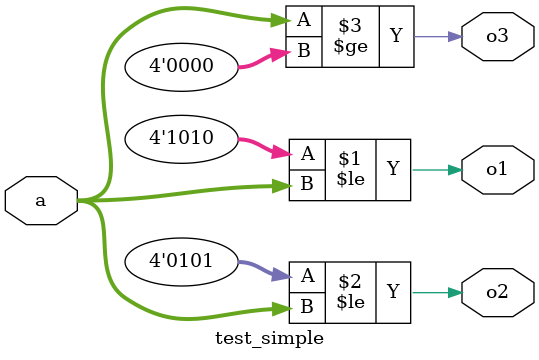
<source format=sv>
module test_simple(
    input [3:0] a,
    output o1, o2, o3
);
    // Unsigned comparison works
    assign o1 = 4'b1010 <= a;
    
    // Signed comparison might fail
    assign o2 = 4'sb0101 <= $signed(a);
    
    // Another signed case
    assign o3 = $signed(a) >= 4'sb0000;
endmodule
</source>
